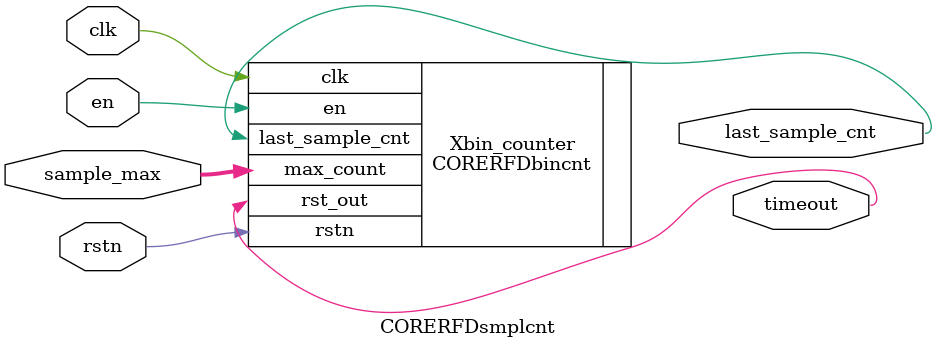
<source format=v>

`timescale 1ps / 1ps

`ifdef SYNTHESIS
    `define REG_DELAY
`else
    `define REG_DELAY #1
`endif

module CORERFDsmplcnt(
    clk,
    rstn,
    en,
    sample_max,
    timeout,
    last_sample_cnt
    );

//////////////////////////////////////////////////////////////////////
// Parameters
parameter CTR_SIZE = 10;            // Size of counter in bits.

//////////////////////////////////////////////////////////////////////
// Input signals
input clk;                          // Clock signal
input rstn;                          // Reset signal
input en;                           // Enable signal
input [CTR_SIZE-1:0] sample_max;    // Maximum sample value.

//////////////////////////////////////////////////////////////////////
// Output signals
output timeout;                     // sample_max has elapsed.

output last_sample_cnt;
//////////////////////////////////////////////////////////////////////
// Modules instances
CORERFDbincnt #(.NBITS(CTR_SIZE)) Xbin_counter(
    .clk(clk),
    .rstn(rstn),
    .en(en),
    .max_count(sample_max),
    .rst_out(timeout),
    .last_sample_cnt(last_sample_cnt)
);

endmodule

</source>
